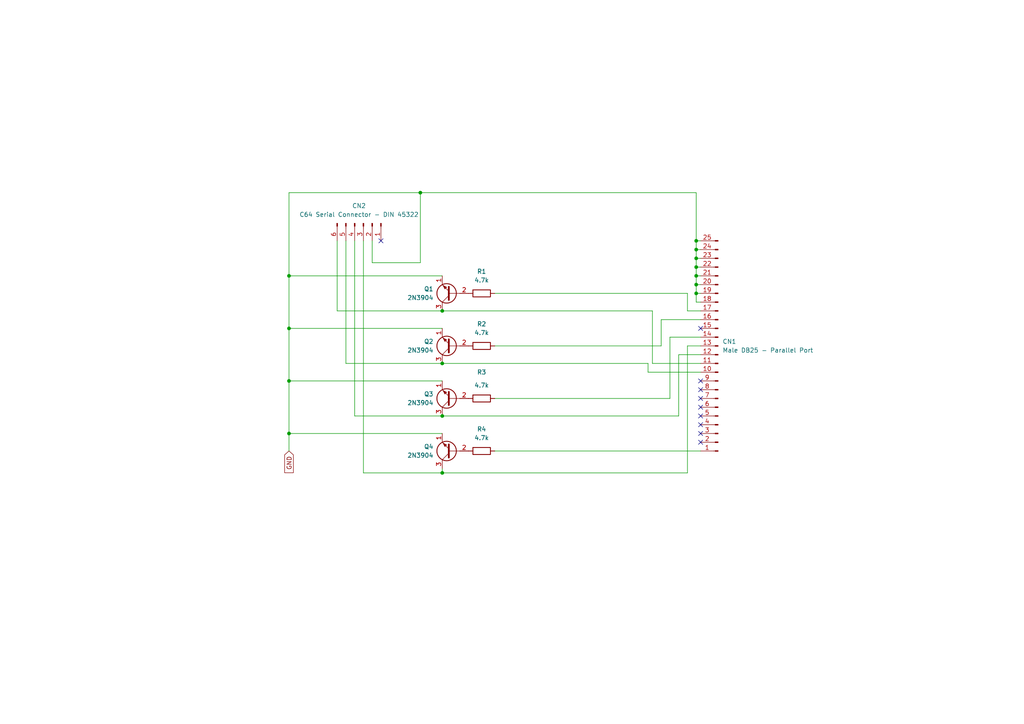
<source format=kicad_sch>
(kicad_sch (version 20250114) (generator "eeschema") (generator_version "9.0")
  (paper "A4")
  (title_block (title "XA1541-active"))
  (lib_symbols
    (symbol "Connector:Conn_01x06_Pin" (pin_names (offset 1.016) (hide yes))
      (property "Reference" "J" (at 0 7.62 0))
      (property "Value" "Conn_01x06_Pin" (at 0 -10.16 0))
      (symbol "Conn_01x06_Pin_1_1"
        (rectangle (start 0.8636 5.207) (end 0 4.953) (stroke (width 0.1524)) (fill (type outline)))
        (rectangle (start 0.8636 2.667) (end 0 2.413) (stroke (width 0.1524)) (fill (type outline)))
        (rectangle (start 0.8636 0.127) (end 0 -0.127) (stroke (width 0.1524)) (fill (type outline)))
        (rectangle (start 0.8636 -2.413) (end 0 -2.667) (stroke (width 0.1524)) (fill (type outline)))
        (rectangle (start 0.8636 -4.953) (end 0 -5.207) (stroke (width 0.1524)) (fill (type outline)))
        (rectangle (start 0.8636 -7.493) (end 0 -7.747) (stroke (width 0.1524)) (fill (type outline)))
        (polyline (pts (xy 1.27 5.08) (xy 0.8636 5.08)) (stroke (width 0.1524)))
        (polyline (pts (xy 1.27 2.54) (xy 0.8636 2.54)) (stroke (width 0.1524)))
        (polyline (pts (xy 1.27 0) (xy 0.8636 0)) (stroke (width 0.1524)))
        (polyline (pts (xy 1.27 -2.54) (xy 0.8636 -2.54)) (stroke (width 0.1524)))
        (polyline (pts (xy 1.27 -5.08) (xy 0.8636 -5.08)) (stroke (width 0.1524)))
        (polyline (pts (xy 1.27 -7.62) (xy 0.8636 -7.62)) (stroke (width 0.1524)))
        (pin passive line (at 5.08 5.08 180) (length 3.81) (name "Pin_1") (number "1"))
        (pin passive line (at 5.08 2.54 180) (length 3.81) (name "Pin_2") (number "2"))
        (pin passive line (at 5.08 0 180) (length 3.81) (name "Pin_3") (number "3"))
        (pin passive line (at 5.08 -2.54 180) (length 3.81) (name "Pin_4") (number "4"))
        (pin passive line (at 5.08 -5.08 180) (length 3.81) (name "Pin_5") (number "5"))
        (pin passive line (at 5.08 -7.62 180) (length 3.81) (name "Pin_6") (number "6"))
      )
    )
    (symbol "Connector:Conn_01x25_Pin" (pin_names (offset 1.016) (hide yes))
      (property "Reference" "J" (at 0 33.02 0))
      (property "Value" "Conn_01x25_Pin" (at 0 -33.02 0))
      (symbol "Conn_01x25_Pin_1_1"
        (rectangle (start 0.8636 30.607) (end 0 30.353) (stroke (width 0.1524)) (fill (type outline)))
        (rectangle (start 0.8636 28.067) (end 0 27.813) (stroke (width 0.1524)) (fill (type outline)))
        (rectangle (start 0.8636 25.527) (end 0 25.273) (stroke (width 0.1524)) (fill (type outline)))
        (rectangle (start 0.8636 22.987) (end 0 22.733) (stroke (width 0.1524)) (fill (type outline)))
        (rectangle (start 0.8636 20.447) (end 0 20.193) (stroke (width 0.1524)) (fill (type outline)))
        (rectangle (start 0.8636 17.907) (end 0 17.653) (stroke (width 0.1524)) (fill (type outline)))
        (rectangle (start 0.8636 15.367) (end 0 15.113) (stroke (width 0.1524)) (fill (type outline)))
        (rectangle (start 0.8636 12.827) (end 0 12.573) (stroke (width 0.1524)) (fill (type outline)))
        (rectangle (start 0.8636 10.287) (end 0 10.033) (stroke (width 0.1524)) (fill (type outline)))
        (rectangle (start 0.8636 7.747) (end 0 7.493) (stroke (width 0.1524)) (fill (type outline)))
        (rectangle (start 0.8636 5.207) (end 0 4.953) (stroke (width 0.1524)) (fill (type outline)))
        (rectangle (start 0.8636 2.667) (end 0 2.413) (stroke (width 0.1524)) (fill (type outline)))
        (rectangle (start 0.8636 0.127) (end 0 -0.127) (stroke (width 0.1524)) (fill (type outline)))
        (rectangle (start 0.8636 -2.413) (end 0 -2.667) (stroke (width 0.1524)) (fill (type outline)))
        (rectangle (start 0.8636 -4.953) (end 0 -5.207) (stroke (width 0.1524)) (fill (type outline)))
        (rectangle (start 0.8636 -7.493) (end 0 -7.747) (stroke (width 0.1524)) (fill (type outline)))
        (rectangle (start 0.8636 -10.033) (end 0 -10.287) (stroke (width 0.1524)) (fill (type outline)))
        (rectangle (start 0.8636 -12.573) (end 0 -12.827) (stroke (width 0.1524)) (fill (type outline)))
        (rectangle (start 0.8636 -15.113) (end 0 -15.367) (stroke (width 0.1524)) (fill (type outline)))
        (rectangle (start 0.8636 -17.653) (end 0 -17.907) (stroke (width 0.1524)) (fill (type outline)))
        (rectangle (start 0.8636 -20.193) (end 0 -20.447) (stroke (width 0.1524)) (fill (type outline)))
        (rectangle (start 0.8636 -22.733) (end 0 -22.987) (stroke (width 0.1524)) (fill (type outline)))
        (rectangle (start 0.8636 -25.273) (end 0 -25.527) (stroke (width 0.1524)) (fill (type outline)))
        (rectangle (start 0.8636 -27.813) (end 0 -28.067) (stroke (width 0.1524)) (fill (type outline)))
        (rectangle (start 0.8636 -30.353) (end 0 -30.607) (stroke (width 0.1524)) (fill (type outline)))
        (polyline (pts (xy 1.27 30.48) (xy 0.8636 30.48)) (stroke (width 0.1524)))
        (polyline (pts (xy 1.27 27.94) (xy 0.8636 27.94)) (stroke (width 0.1524)))
        (polyline (pts (xy 1.27 25.4) (xy 0.8636 25.4)) (stroke (width 0.1524)))
        (polyline (pts (xy 1.27 22.86) (xy 0.8636 22.86)) (stroke (width 0.1524)))
        (polyline (pts (xy 1.27 20.32) (xy 0.8636 20.32)) (stroke (width 0.1524)))
        (polyline (pts (xy 1.27 17.78) (xy 0.8636 17.78)) (stroke (width 0.1524)))
        (polyline (pts (xy 1.27 15.24) (xy 0.8636 15.24)) (stroke (width 0.1524)))
        (polyline (pts (xy 1.27 12.7) (xy 0.8636 12.7)) (stroke (width 0.1524)))
        (polyline (pts (xy 1.27 10.16) (xy 0.8636 10.16)) (stroke (width 0.1524)))
        (polyline (pts (xy 1.27 7.62) (xy 0.8636 7.62)) (stroke (width 0.1524)))
        (polyline (pts (xy 1.27 5.08) (xy 0.8636 5.08)) (stroke (width 0.1524)))
        (polyline (pts (xy 1.27 2.54) (xy 0.8636 2.54)) (stroke (width 0.1524)))
        (polyline (pts (xy 1.27 0) (xy 0.8636 0)) (stroke (width 0.1524)))
        (polyline (pts (xy 1.27 -2.54) (xy 0.8636 -2.54)) (stroke (width 0.1524)))
        (polyline (pts (xy 1.27 -5.08) (xy 0.8636 -5.08)) (stroke (width 0.1524)))
        (polyline (pts (xy 1.27 -7.62) (xy 0.8636 -7.62)) (stroke (width 0.1524)))
        (polyline (pts (xy 1.27 -10.16) (xy 0.8636 -10.16)) (stroke (width 0.1524)))
        (polyline (pts (xy 1.27 -12.7) (xy 0.8636 -12.7)) (stroke (width 0.1524)))
        (polyline (pts (xy 1.27 -15.24) (xy 0.8636 -15.24)) (stroke (width 0.1524)))
        (polyline (pts (xy 1.27 -17.78) (xy 0.8636 -17.78)) (stroke (width 0.1524)))
        (polyline (pts (xy 1.27 -20.32) (xy 0.8636 -20.32)) (stroke (width 0.1524)))
        (polyline (pts (xy 1.27 -22.86) (xy 0.8636 -22.86)) (stroke (width 0.1524)))
        (polyline (pts (xy 1.27 -25.4) (xy 0.8636 -25.4)) (stroke (width 0.1524)))
        (polyline (pts (xy 1.27 -27.94) (xy 0.8636 -27.94)) (stroke (width 0.1524)))
        (polyline (pts (xy 1.27 -30.48) (xy 0.8636 -30.48)) (stroke (width 0.1524)))
        (pin passive line (at 5.08 30.48 180) (length 3.81) (name "Pin_1") (number "1"))
        (pin passive line (at 5.08 27.94 180) (length 3.81) (name "Pin_2") (number "2"))
        (pin passive line (at 5.08 25.4 180) (length 3.81) (name "Pin_3") (number "3"))
        (pin passive line (at 5.08 22.86 180) (length 3.81) (name "Pin_4") (number "4"))
        (pin passive line (at 5.08 20.32 180) (length 3.81) (name "Pin_5") (number "5"))
        (pin passive line (at 5.08 17.78 180) (length 3.81) (name "Pin_6") (number "6"))
        (pin passive line (at 5.08 15.24 180) (length 3.81) (name "Pin_7") (number "7"))
        (pin passive line (at 5.08 12.7 180) (length 3.81) (name "Pin_8") (number "8"))
        (pin passive line (at 5.08 10.16 180) (length 3.81) (name "Pin_9") (number "9"))
        (pin passive line (at 5.08 7.62 180) (length 3.81) (name "Pin_10") (number "10"))
        (pin passive line (at 5.08 5.08 180) (length 3.81) (name "Pin_11") (number "11"))
        (pin passive line (at 5.08 2.54 180) (length 3.81) (name "Pin_12") (number "12"))
        (pin passive line (at 5.08 0 180) (length 3.81) (name "Pin_13") (number "13"))
        (pin passive line (at 5.08 -2.54 180) (length 3.81) (name "Pin_14") (number "14"))
        (pin passive line (at 5.08 -5.08 180) (length 3.81) (name "Pin_15") (number "15"))
        (pin passive line (at 5.08 -7.62 180) (length 3.81) (name "Pin_16") (number "16"))
        (pin passive line (at 5.08 -10.16 180) (length 3.81) (name "Pin_17") (number "17"))
        (pin passive line (at 5.08 -12.7 180) (length 3.81) (name "Pin_18") (number "18"))
        (pin passive line (at 5.08 -15.24 180) (length 3.81) (name "Pin_19") (number "19"))
        (pin passive line (at 5.08 -17.78 180) (length 3.81) (name "Pin_20") (number "20"))
        (pin passive line (at 5.08 -20.32 180) (length 3.81) (name "Pin_21") (number "21"))
        (pin passive line (at 5.08 -22.86 180) (length 3.81) (name "Pin_22") (number "22"))
        (pin passive line (at 5.08 -25.4 180) (length 3.81) (name "Pin_23") (number "23"))
        (pin passive line (at 5.08 -27.94 180) (length 3.81) (name "Pin_24") (number "24"))
        (pin passive line (at 5.08 -30.48 180) (length 3.81) (name "Pin_25") (number "25"))
      )
    )
    (symbol "Device:R" (pin_numbers (hide yes)) (pin_names (offset 0))
      (property "Reference" "R" (at 2.032 0 90))
      (property "Value" "R" (at 0 0 90))
      (symbol "R_0_1"
        (rectangle (start -1.016 -2.54) (end 1.016 2.54) (stroke (width 0.254)))
      )
      (symbol "R_1_1"
        (pin passive line (at 0 3.81 270) (length 1.27) (name "~") (number "1"))
        (pin passive line (at 0 -3.81 90) (length 1.27) (name "~") (number "2"))
      )
    )
    (symbol "Transistor_BJT:2N3904" (pin_names (offset 0) (hide yes))
      (property "Reference" "Q" (at 5.08 1.905 0))
      (property "Value" "2N3904" (at 5.08 0 0))
      (symbol "2N3904_0_1"
        (polyline (pts (xy -2.54 0) (xy 0.635 0)))
        (polyline (pts (xy 0.635 1.905) (xy 0.635 -1.905)) (stroke (width 0.508)))
        (circle (center 1.27 0) (radius 2.8194) (stroke (width 0.254)))
      )
      (symbol "2N3904_1_1"
        (polyline (pts (xy 0.635 0.635) (xy 2.54 2.54)))
        (polyline (pts (xy 0.635 -0.635) (xy 2.54 -2.54)))
        (polyline (pts (xy 1.27 -1.778) (xy 1.778 -1.27) (xy 2.286 -2.286) (xy 1.27 -1.778)) (fill (type outline)))
        (pin input line (at -5.08 0 0) (length 2.54) (name "B") (number "2"))
        (pin passive line (at 2.54 5.08 270) (length 2.54) (name "C") (number "3"))
        (pin passive line (at 2.54 -5.08 90) (length 2.54) (name "E") (number "1"))
      )
    )
  )
  (junction (at 128.27 120.65))
  (junction (at 83.82 80.01))
  (junction (at 83.82 125.73))
  (junction (at 83.82 95.25))
  (junction (at 201.93 69.85))
  (junction (at 201.93 82.55))
  (junction (at 201.93 85.09))
  (junction (at 201.93 72.39))
  (junction (at 128.27 90.17))
  (junction (at 121.92 55.88))
  (junction (at 128.27 105.41))
  (junction (at 201.93 77.47))
  (junction (at 83.82 110.49))
  (junction (at 201.93 80.01))
  (junction (at 201.93 74.93))
  (junction (at 128.27 137.16))
  (no_connect (at 203.2 95.25))
  (no_connect (at 110.49 69.85))
  (no_connect (at 203.2 118.11))
  (no_connect (at 203.2 125.73))
  (no_connect (at 203.2 128.27))
  (no_connect (at 203.2 113.03))
  (no_connect (at 203.2 120.65))
  (no_connect (at 203.2 123.19))
  (no_connect (at 203.2 110.49))
  (no_connect (at 203.2 115.57))
  (wire (pts (xy 199.39 100.33) (xy 199.39 137.16)))
  (wire (pts (xy 121.92 55.88) (xy 201.93 55.88)))
  (wire (pts (xy 83.82 125.73) (xy 128.27 125.73)))
  (wire (pts (xy 83.82 95.25) (xy 128.27 95.25)))
  (wire (pts (xy 201.93 69.85) (xy 203.2 69.85)))
  (wire (pts (xy 143.51 115.57) (xy 194.31 115.57)))
  (wire (pts (xy 194.31 97.79) (xy 203.2 97.79)))
  (wire (pts (xy 128.27 90.17) (xy 189.23 90.17)))
  (wire (pts (xy 83.82 95.25) (xy 83.82 110.49)))
  (wire (pts (xy 201.93 74.93) (xy 201.93 72.39)))
  (wire (pts (xy 107.95 76.2) (xy 121.92 76.2)))
  (wire (pts (xy 201.93 80.01) (xy 201.93 77.47)))
  (wire (pts (xy 83.82 55.88) (xy 83.82 80.01)))
  (wire (pts (xy 203.2 74.93) (xy 201.93 74.93)))
  (wire (pts (xy 189.23 105.41) (xy 203.2 105.41)))
  (wire (pts (xy 97.79 69.85) (xy 97.79 90.17)))
  (wire (pts (xy 201.93 82.55) (xy 201.93 80.01)))
  (wire (pts (xy 128.27 120.65) (xy 102.87 120.65)))
  (wire (pts (xy 199.39 90.17) (xy 203.2 90.17)))
  (wire (pts (xy 102.87 69.85) (xy 102.87 120.65)))
  (wire (pts (xy 100.33 69.85) (xy 100.33 105.41)))
  (wire (pts (xy 189.23 90.17) (xy 189.23 105.41)))
  (wire (pts (xy 128.27 105.41) (xy 100.33 105.41)))
  (wire (pts (xy 199.39 137.16) (xy 128.27 137.16)))
  (wire (pts (xy 203.2 82.55) (xy 201.93 82.55)))
  (wire (pts (xy 203.2 80.01) (xy 201.93 80.01)))
  (wire (pts (xy 143.51 100.33) (xy 191.77 100.33)))
  (wire (pts (xy 203.2 77.47) (xy 201.93 77.47)))
  (wire (pts (xy 187.96 107.95) (xy 203.2 107.95)))
  (wire (pts (xy 128.27 137.16) (xy 105.41 137.16)))
  (wire (pts (xy 83.82 55.88) (xy 121.92 55.88)))
  (wire (pts (xy 196.85 102.87) (xy 203.2 102.87)))
  (wire (pts (xy 201.93 85.09) (xy 201.93 82.55)))
  (wire (pts (xy 83.82 80.01) (xy 83.82 95.25)))
  (wire (pts (xy 121.92 76.2) (xy 121.92 55.88)))
  (wire (pts (xy 196.85 120.65) (xy 196.85 102.87)))
  (wire (pts (xy 203.2 72.39) (xy 201.93 72.39)))
  (wire (pts (xy 83.82 110.49) (xy 83.82 125.73)))
  (wire (pts (xy 187.96 105.41) (xy 187.96 107.95)))
  (wire (pts (xy 201.93 87.63) (xy 201.93 85.09)))
  (wire (pts (xy 128.27 120.65) (xy 196.85 120.65)))
  (wire (pts (xy 199.39 85.09) (xy 199.39 90.17)))
  (wire (pts (xy 105.41 69.85) (xy 105.41 137.16)))
  (wire (pts (xy 203.2 85.09) (xy 201.93 85.09)))
  (wire (pts (xy 83.82 110.49) (xy 128.27 110.49)))
  (wire (pts (xy 201.93 55.88) (xy 201.93 69.85)))
  (wire (pts (xy 83.82 125.73) (xy 83.82 130.81)))
  (wire (pts (xy 128.27 105.41) (xy 187.96 105.41)))
  (wire (pts (xy 191.77 92.71) (xy 203.2 92.71)))
  (wire (pts (xy 203.2 87.63) (xy 201.93 87.63)))
  (wire (pts (xy 203.2 100.33) (xy 199.39 100.33)))
  (wire (pts (xy 107.95 69.85) (xy 107.95 76.2)))
  (wire (pts (xy 201.93 77.47) (xy 201.93 74.93)))
  (wire (pts (xy 201.93 72.39) (xy 201.93 69.85)))
  (wire (pts (xy 143.51 130.81) (xy 203.2 130.81)))
  (wire (pts (xy 194.31 115.57) (xy 194.31 97.79)))
  (wire (pts (xy 191.77 100.33) (xy 191.77 92.71)))
  (wire (pts (xy 128.27 90.17) (xy 97.79 90.17)))
  (wire (pts (xy 143.51 85.09) (xy 199.39 85.09)))
  (wire (pts (xy 128.27 135.89) (xy 128.27 137.16)))
  (wire (pts (xy 83.82 80.01) (xy 128.27 80.01)))
  (global_label "GND" (shape input) (at 83.82 130.81 270) (property "Intersheetrefs" "${INTERSHEET_REFS}" (effects (hide yes))))
  (symbol (lib_id "Device:R") (at 139.7 100.33 90) (unit 1)
    (property "Reference" "R2" (at 139.7 93.98 90))
    (property "Value" "4.7k" (at 139.7 96.52 90))
    (property "Footprint" "Resistor_THT:R_Axial_DIN0207_L6.3mm_D2.5mm_P10.16mm_Horizontal" (effects (hide yes)))
    (property "Description" "Resistor" (effects (hide yes)))
  )
  (symbol (lib_id "Connector:Conn_01x06_Pin") (at 105.41 64.77 270) (unit 1)
    (property "Reference" "CN2" (at 104.14 59.69 90))
    (property "Value" "C64 Serial Connector - DIN 45322" (at 104.14 62.23 90))
    (property "Footprint" "ODDSOCKS:C64 Serial Connector" (effects (hide yes)))
    (property "Description" "Generic connector, single row, 01x06, script generated" (effects (hide yes)))
  )
  (symbol (lib_id "Device:R") (at 139.7 130.81 90) (unit 1)
    (property "Reference" "R4" (at 139.7 124.46 90))
    (property "Value" "4.7k" (at 139.7 127 90))
    (property "Footprint" "Resistor_THT:R_Axial_DIN0207_L6.3mm_D2.5mm_P10.16mm_Horizontal" (effects (hide yes)))
    (property "Description" "Resistor" (effects (hide yes)))
  )
  (symbol (lib_id "Transistor_BJT:2N3904") (at 130.81 130.81 180) (unit 1)
    (property "Reference" "Q4" (at 125.73 129.5399 0) (effects (justify left)))
    (property "Value" "2N3904" (at 125.73 132.0799 0) (effects (justify left)))
    (property "Footprint" "Package_TO_SOT_THT:TO-92_Inline" (effects (hide yes)))
    (property "Datasheet" "https://www.onsemi.com/pub/Collateral/2N3903-D.PDF" (effects (hide yes)))
    (property "Description" "0.2A Ic, 40V Vce, Small Signal NPN Transistor, TO-92" (effects (hide yes)))
  )
  (symbol (lib_id "Device:R") (at 139.7 115.57 90) (unit 1)
    (property "Reference" "R3" (at 139.7 107.95 90))
    (property "Value" "4.7k" (at 139.7 111.76 90))
    (property "Footprint" "Resistor_THT:R_Axial_DIN0207_L6.3mm_D2.5mm_P10.16mm_Horizontal" (effects (hide yes)))
    (property "Description" "Resistor" (effects (hide yes)))
  )
  (symbol (lib_id "Device:R") (at 139.7 85.09 90) (unit 1)
    (property "Reference" "R1" (at 139.7 78.74 90))
    (property "Value" "4.7k" (at 139.7 81.28 90))
    (property "Footprint" "Resistor_THT:R_Axial_DIN0207_L6.3mm_D2.5mm_P10.16mm_Horizontal" (effects (hide yes)))
    (property "Description" "Resistor" (effects (hide yes)))
  )
  (symbol (lib_id "Connector:Conn_01x25_Pin") (at 208.28 100.33 180) (unit 1)
    (property "Reference" "CN1" (at 209.55 99.0599 0) (effects (justify right)))
    (property "Value" "Male DB25 - Parallel Port" (at 209.55 101.5999 0) (effects (justify right)))
    (property "Footprint" "Connector_Dsub:DSUB-25_Pins_EdgeMount_P2.77mm" (effects (hide yes)))
    (property "Description" "Generic connector, single row, 01x25, script generated" (effects (hide yes)))
  )
  (symbol (lib_id "Transistor_BJT:2N3904") (at 130.81 100.33 180) (unit 1)
    (property "Reference" "Q2" (at 125.73 99.0599 0) (effects (justify left)))
    (property "Value" "2N3904" (at 125.73 101.5999 0) (effects (justify left)))
    (property "Footprint" "Package_TO_SOT_THT:TO-92_Inline" (effects (hide yes)))
    (property "Datasheet" "https://www.onsemi.com/pub/Collateral/2N3903-D.PDF" (effects (hide yes)))
    (property "Description" "0.2A Ic, 40V Vce, Small Signal NPN Transistor, TO-92" (effects (hide yes)))
  )
  (symbol (lib_id "Transistor_BJT:2N3904") (at 130.81 115.57 180) (unit 1)
    (property "Reference" "Q3" (at 125.73 114.2999 0) (effects (justify left)))
    (property "Value" "2N3904" (at 125.73 116.8399 0) (effects (justify left)))
    (property "Footprint" "Package_TO_SOT_THT:TO-92_Inline" (effects (hide yes)))
    (property "Datasheet" "https://www.onsemi.com/pub/Collateral/2N3903-D.PDF" (effects (hide yes)))
    (property "Description" "0.2A Ic, 40V Vce, Small Signal NPN Transistor, TO-92" (effects (hide yes)))
  )
  (symbol (lib_id "Transistor_BJT:2N3904") (at 130.81 85.09 180) (unit 1)
    (property "Reference" "Q1" (at 125.73 83.8199 0) (effects (justify left)))
    (property "Value" "2N3904" (at 125.73 86.3599 0) (effects (justify left)))
    (property "Footprint" "Package_TO_SOT_THT:TO-92_Inline" (effects (hide yes)))
    (property "Datasheet" "https://www.onsemi.com/pub/Collateral/2N3903-D.PDF" (effects (hide yes)))
    (property "Description" "0.2A Ic, 40V Vce, Small Signal NPN Transistor, TO-92" (effects (hide yes)))
  )
)
</source>
